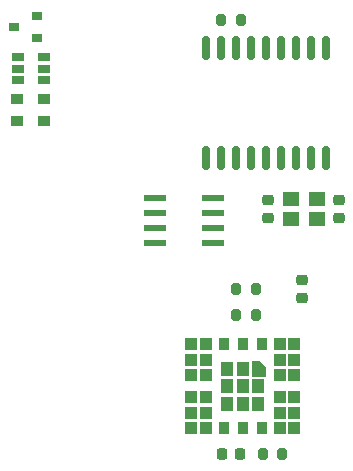
<source format=gbr>
%TF.GenerationSoftware,KiCad,Pcbnew,6.0.0*%
%TF.CreationDate,2022-01-12T19:36:27-05:00*%
%TF.ProjectId,raspi-hat,72617370-692d-4686-9174-2e6b69636164,rev?*%
%TF.SameCoordinates,Original*%
%TF.FileFunction,Paste,Top*%
%TF.FilePolarity,Positive*%
%FSLAX46Y46*%
G04 Gerber Fmt 4.6, Leading zero omitted, Abs format (unit mm)*
G04 Created by KiCad (PCBNEW 6.0.0) date 2022-01-12 19:36:27*
%MOMM*%
%LPD*%
G01*
G04 APERTURE LIST*
G04 Aperture macros list*
%AMRoundRect*
0 Rectangle with rounded corners*
0 $1 Rounding radius*
0 $2 $3 $4 $5 $6 $7 $8 $9 X,Y pos of 4 corners*
0 Add a 4 corners polygon primitive as box body*
4,1,4,$2,$3,$4,$5,$6,$7,$8,$9,$2,$3,0*
0 Add four circle primitives for the rounded corners*
1,1,$1+$1,$2,$3*
1,1,$1+$1,$4,$5*
1,1,$1+$1,$6,$7*
1,1,$1+$1,$8,$9*
0 Add four rect primitives between the rounded corners*
20,1,$1+$1,$2,$3,$4,$5,0*
20,1,$1+$1,$4,$5,$6,$7,0*
20,1,$1+$1,$6,$7,$8,$9,0*
20,1,$1+$1,$8,$9,$2,$3,0*%
G04 Aperture macros list end*
%ADD10C,0.100000*%
%ADD11R,1.000000X0.845000*%
%ADD12R,1.060000X0.650000*%
%ADD13R,0.900000X0.800000*%
%ADD14RoundRect,0.150000X0.150000X-0.875000X0.150000X0.875000X-0.150000X0.875000X-0.150000X-0.875000X0*%
%ADD15RoundRect,0.225000X0.225000X0.250000X-0.225000X0.250000X-0.225000X-0.250000X0.225000X-0.250000X0*%
%ADD16R,0.990600X1.092200*%
%ADD17R,0.889000X1.092200*%
%ADD18R,0.127000X0.127000*%
%ADD19R,1.092200X1.295400*%
%ADD20RoundRect,0.200000X-0.200000X-0.275000X0.200000X-0.275000X0.200000X0.275000X-0.200000X0.275000X0*%
%ADD21R,1.400000X1.200000*%
%ADD22RoundRect,0.225000X-0.250000X0.225000X-0.250000X-0.225000X0.250000X-0.225000X0.250000X0.225000X0*%
%ADD23RoundRect,0.225000X0.250000X-0.225000X0.250000X0.225000X-0.250000X0.225000X-0.250000X-0.225000X0*%
%ADD24RoundRect,0.200000X0.200000X0.275000X-0.200000X0.275000X-0.200000X-0.275000X0.200000X-0.275000X0*%
%ADD25R,1.981200X0.540800*%
G04 APERTURE END LIST*
D10*
X107841199Y-99147699D02*
X106748999Y-99147699D01*
X106748999Y-99147699D02*
X106748999Y-97852299D01*
X106748999Y-97852299D02*
X107358599Y-97852299D01*
X107358599Y-97852299D02*
X107841199Y-98334899D01*
X107841199Y-98334899D02*
X107841199Y-99147699D01*
G36*
X107841199Y-98334899D02*
G01*
X107841199Y-99147699D01*
X106748999Y-99147699D01*
X106748999Y-97852299D01*
X107358599Y-97852299D01*
X107841199Y-98334899D01*
G37*
X107841199Y-98334899D02*
X107841199Y-99147699D01*
X106748999Y-99147699D01*
X106748999Y-97852299D01*
X107358599Y-97852299D01*
X107841199Y-98334899D01*
D11*
X86900000Y-75637500D03*
X86900000Y-77562500D03*
X89200000Y-75637500D03*
X89200000Y-77562500D03*
D12*
X86950000Y-72150000D03*
X86950000Y-73100000D03*
X86950000Y-74050000D03*
X89150000Y-74050000D03*
X89150000Y-73100000D03*
X89150000Y-72150000D03*
D13*
X88600000Y-70550000D03*
X88600000Y-68650000D03*
X86600000Y-69600000D03*
D14*
X102920000Y-80650000D03*
X104190000Y-80650000D03*
X105460000Y-80650000D03*
X106730000Y-80650000D03*
X108000000Y-80650000D03*
X109270000Y-80650000D03*
X110540000Y-80650000D03*
X111810000Y-80650000D03*
X113080000Y-80650000D03*
X113080000Y-71350000D03*
X111810000Y-71350000D03*
X110540000Y-71350000D03*
X109270000Y-71350000D03*
X108000000Y-71350000D03*
X106730000Y-71350000D03*
X105460000Y-71350000D03*
X104190000Y-71350000D03*
X102920000Y-71350000D03*
D15*
X105775000Y-105750000D03*
X104225000Y-105750000D03*
D16*
X110345099Y-96449999D03*
X110345099Y-97749999D03*
X110345099Y-99049999D03*
X109145102Y-96449999D03*
X109145102Y-97749999D03*
X109145102Y-99049999D03*
D17*
X107595102Y-96449999D03*
X105995102Y-96449999D03*
X104395102Y-96449999D03*
D16*
X102845102Y-96449999D03*
X102845102Y-97749999D03*
X102845102Y-99049999D03*
X101645102Y-96449999D03*
X101645102Y-97749999D03*
X101645102Y-99049999D03*
X102845102Y-100950000D03*
X102845102Y-102250000D03*
X102845102Y-103550000D03*
X101645102Y-100950000D03*
X101645102Y-102250000D03*
X101645102Y-103550000D03*
D17*
X104395102Y-103550000D03*
X105995102Y-103550000D03*
X107595102Y-103550000D03*
D16*
X109145102Y-103550000D03*
X109145102Y-102250000D03*
X109145102Y-100950000D03*
X110345102Y-103550000D03*
X110345102Y-102250000D03*
X110345102Y-100950000D03*
D18*
X107295099Y-98499999D03*
D19*
X105995099Y-98499999D03*
X104695099Y-98499999D03*
X107295099Y-100000000D03*
X105995099Y-100000000D03*
X104695099Y-100000000D03*
X107295099Y-101500000D03*
X105995099Y-101500000D03*
X104695099Y-101500000D03*
D20*
X105425000Y-91750000D03*
X107075000Y-91750000D03*
D21*
X112250000Y-84150000D03*
X110050000Y-84150000D03*
X110050000Y-85850000D03*
X112250000Y-85850000D03*
D22*
X108150000Y-84225000D03*
X108150000Y-85775000D03*
D23*
X111000000Y-92525000D03*
X111000000Y-90975000D03*
D24*
X105825000Y-69000000D03*
X104175000Y-69000000D03*
D25*
X103464999Y-87905000D03*
X103464999Y-86635000D03*
X103464999Y-85365000D03*
X103464999Y-84095000D03*
X98535001Y-84095000D03*
X98535001Y-85365000D03*
X98535001Y-86635000D03*
X98535001Y-87905000D03*
D24*
X107075000Y-94000000D03*
X105425000Y-94000000D03*
D23*
X114150000Y-85775000D03*
X114150000Y-84225000D03*
D24*
X109325000Y-105750000D03*
X107675000Y-105750000D03*
M02*

</source>
